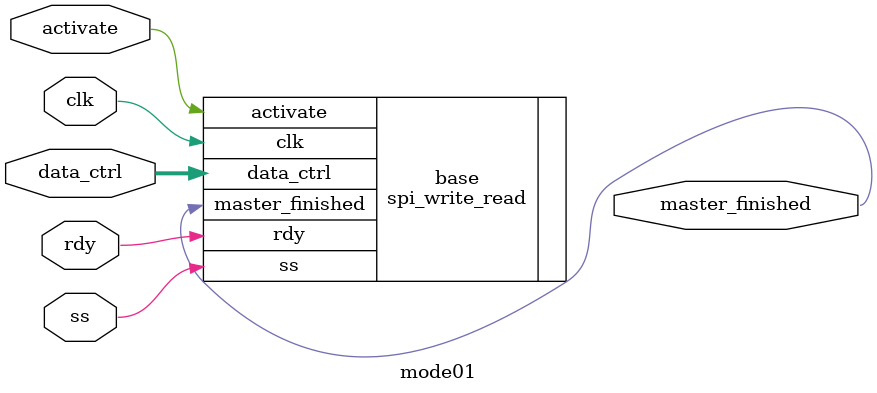
<source format=v>
/* (c) Peter McGoron 2022
 * This Source Code Form is subject to the terms of the Mozilla Public
 * License, v.2.0. If a copy of the MPL was not distributed with this
 * file, You can obtain one at https://mozilla.org/MPL/2.0/.
 */

module mode01 (
	input clk,
	input [23:0] data_ctrl,
	input activate,
	input ss,
	input rdy,
	output master_finished
);

spi_write_read
#(
	.POLARITY(0),
	.PHASE(1)
) base (
	.clk(clk),
	.data_ctrl(data_ctrl),
	.activate(activate),
	.master_finished(master_finished),
	.ss(ss),
	.rdy(rdy)
);

initial begin
	$dumpfile("mode01.vcd");
	$dumpvars();
end

endmodule

</source>
